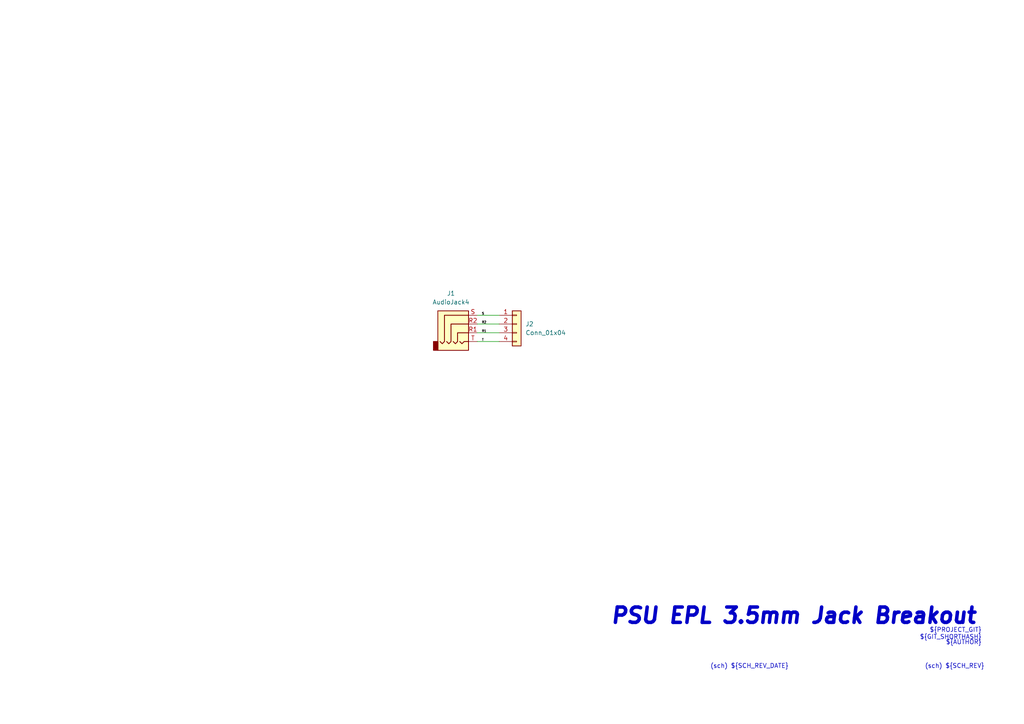
<source format=kicad_sch>
(kicad_sch (version 20250114) (generator "eeschema") (generator_version "9.0")
  (paper "A4")
  (lib_symbols
    (symbol "Connector_Audio:AudioJack4"
      (property "Reference" "J" (at 0 8.89 0))
      (property "Value" "AudioJack4" (at 0 6.35 0))
      (symbol "AudioJack4_0_1"
        (rectangle (start -6.35 -5.08) (end -7.62 -7.62) (stroke (width 0.254)) (fill (type outline)))
        (polyline (pts (xy -5.715 -5.08) (xy -5.08 -5.715) (xy -4.445 -5.08) (xy -4.445 2.54) (xy 2.54 2.54)) (stroke (width 0.254)))
        (polyline (pts (xy -1.905 -5.08) (xy -1.27 -5.715) (xy -0.635 -5.08) (xy -0.635 -2.54) (xy 2.54 -2.54)) (stroke (width 0.254)))
        (polyline (pts (xy 0 -5.08) (xy 0.635 -5.715) (xy 1.27 -5.08) (xy 2.54 -5.08)) (stroke (width 0.254)))
        (rectangle (start 2.54 3.81) (end -6.35 -7.62) (stroke (width 0.254)) (fill (type background)))
        (polyline (pts (xy 2.54 0) (xy -2.54 0) (xy -2.54 -5.08) (xy -3.175 -5.715) (xy -3.81 -5.08)) (stroke (width 0.254)))
      )
      (symbol "AudioJack4_1_1"
        (pin passive line (at 5.08 2.54 180) (length 2.54) (name "~") (number "S"))
        (pin passive line (at 5.08 0 180) (length 2.54) (name "~") (number "R2"))
        (pin passive line (at 5.08 -2.54 180) (length 2.54) (name "~") (number "R1"))
        (pin passive line (at 5.08 -5.08 180) (length 2.54) (name "~") (number "T"))
      )
    )
    (symbol "Connector_Generic:Conn_01x04" (pin_names (offset 1.016) (hide yes))
      (property "Reference" "J" (at 0 5.08 0))
      (property "Value" "Conn_01x04" (at 0 -7.62 0))
      (symbol "Conn_01x04_1_1"
        (rectangle (start -1.27 3.81) (end 1.27 -6.35) (stroke (width 0.254)) (fill (type background)))
        (rectangle (start -1.27 2.667) (end 0 2.413) (stroke (width 0.1524)))
        (rectangle (start -1.27 0.127) (end 0 -0.127) (stroke (width 0.1524)))
        (rectangle (start -1.27 -2.413) (end 0 -2.667) (stroke (width 0.1524)))
        (rectangle (start -1.27 -4.953) (end 0 -5.207) (stroke (width 0.1524)))
        (pin passive line (at -5.08 2.54 0) (length 3.81) (name "Pin_1") (number "1"))
        (pin passive line (at -5.08 0 0) (length 3.81) (name "Pin_2") (number "2"))
        (pin passive line (at -5.08 -2.54 0) (length 3.81) (name "Pin_3") (number "3"))
        (pin passive line (at -5.08 -5.08 0) (length 3.81) (name "Pin_4") (number "4"))
      )
    )
  )
  (text "(sch) ${SCH_REV_DATE}" (at 205.994 194.056 0) (effects (font (size 1.27 1.27)) (justify left bottom)))
  (text "${AUTHOR}" (at 284.734 185.674 0) (effects (font (size 1.27 1.27)) (justify right top)))
  (text "PSU EPL 3.5mm Jack Breakout" (at 176.784 181.356 0) (effects (font (size 4.445 4.445) (thickness 1.016) (bold yes) (italic yes)) (justify left bottom)))
  (text "(sch) ${SCH_REV}" (at 268.224 194.056 0) (effects (font (size 1.27 1.27)) (justify left bottom)))
  (text "${PROJECT_GIT}\n${GIT_SHORTHASH}" (at 284.734 182.118 0) (effects (font (size 1.27 1.27)) (justify right top)))
  (text "${PROJECTNAME}" (at 186.69 191.516 0) (effects (font (size 2.54 2.54) (thickness 1.016) (bold yes) (italic yes)) (justify left bottom)))
  (wire (pts (xy 138.43 96.52) (xy 144.78 96.52)))
  (wire (pts (xy 138.43 91.44) (xy 144.78 91.44)))
  (wire (pts (xy 138.43 99.06) (xy 144.78 99.06)))
  (wire (pts (xy 138.43 93.98) (xy 144.78 93.98)))
  (label "S" (at 139.7 91.44 0) (effects (font (size 0.635 0.635))))
  (label "R1" (at 139.7 96.52 0) (effects (font (size 0.635 0.635))))
  (label "T" (at 139.7 99.06 0) (effects (font (size 0.635 0.635))))
  (label "R2" (at 139.7 93.98 0) (effects (font (size 0.635 0.635))))
  (symbol (lib_id "Connector_Audio:AudioJack4") (at 133.35 93.98 0) (unit 1)
    (property "Reference" "J1" (at 130.81 85.09 0))
    (property "Value" "AudioJack4" (at 130.81 87.63 0))
    (property "Footprint" "54-00174:tensility-54-00174" (effects (hide yes)))
    (property "Description" "Audio Jack, 4 Poles (TRRS)" (effects (hide yes)))
  )
  (symbol (lib_id "Connector_Generic:Conn_01x04") (at 149.86 93.98 0) (unit 1)
    (property "Reference" "J2" (at 152.4 93.9799 0) (effects (justify left)))
    (property "Value" "Conn_01x04" (at 152.4 96.5199 0) (effects (justify left)))
    (property "Footprint" "Connector_PinSocket_2.54mm:PinSocket_1x04_P2.54mm_Vertical" (effects (hide yes)))
    (property "Description" "Generic connector, single row, 01x04, script generated (kicad-library-utils/schlib/autogen/connector/)" (effects (hide yes)))
  )
)
</source>
